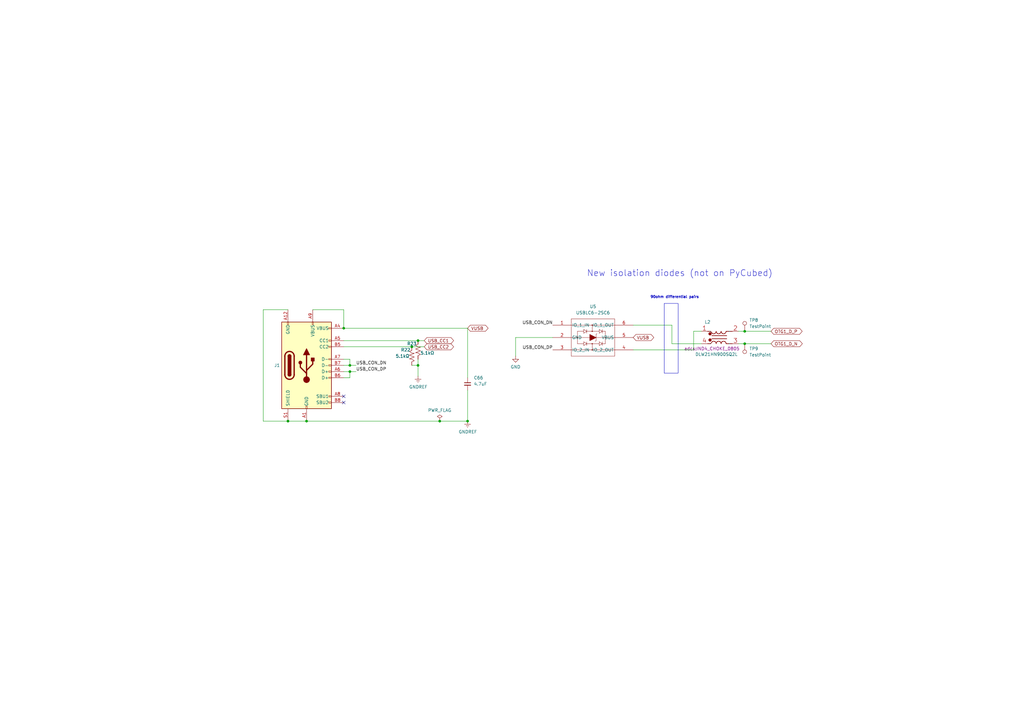
<source format=kicad_sch>
(kicad_sch (version 20231120) (generator "eeschema") (generator_version "8.0")
  (paper "A3")
  (title_block (title "Soldermander") (date "2024-02-27") (rev "1.0") (company "Stanford Student Space Initiative") (comment 1 "RE: Flynn Dreilinger"))
  (lib_symbols
    (symbol "Connector:TestPoint" (pin_numbers hide) (pin_names (offset 0.762) hide)
      (property "Reference" "TP" (at 0 6.858 0))
      (property "Value" "TestPoint" (at 0 5.08 0))
      (symbol "TestPoint_0_1"
        (circle (center 0 3.302) (radius 0.762))
      )
      (symbol "TestPoint_1_1"
        (pin passive line (at 0 0 90) (length 2.54) (name "1") (number "1"))
      )
    )
    (symbol "Device:C_Small" (pin_numbers hide) (pin_names (offset 0.254) hide)
      (property "Reference" "C" (at 0.254 1.778 0))
      (property "Value" "C_Small" (at 0.254 -2.032 0))
      (symbol "C_Small_0_1"
        (polyline (pts (xy -1.27 -0.508) (xy 1.27 -0.508)) (stroke (width 0.3302)))
        (polyline (pts (xy -1.27 0.508) (xy 1.27 0.508)) (stroke (width 0.3048)))
      )
      (symbol "C_Small_1_1"
        (pin passive line (at 0 2.54 270) (length 2.032) (name "~") (number "1"))
        (pin passive line (at 0 -2.54 90) (length 2.032) (name "~") (number "2"))
      )
    )
    (symbol "Device:R_US" (pin_numbers hide) (pin_names (offset 0))
      (property "Reference" "R" (at 2.54 0 90))
      (property "Value" "R_US" (at -2.54 0 90))
      (symbol "R_US_0_1"
        (polyline (pts (xy 0 -2.286) (xy 0 -2.54)))
        (polyline (pts (xy 0 2.286) (xy 0 2.54)))
        (polyline (pts (xy 0 -0.762) (xy 1.016 -1.143) (xy 0 -1.27) (xy -1.016 -1.905) (xy 0 -2.286)))
        (polyline (pts (xy 0 0.762) (xy 1.016 0.381) (xy 0 0) (xy -1.016 -0.381) (xy 0 -0.762)))
        (polyline (pts (xy 0 2.286) (xy 1.016 1.905) (xy 0 1.27) (xy -1.016 1.143) (xy 0 0.762)))
      )
      (symbol "R_US_1_1"
        (pin passive line (at 0 3.81 270) (length 1.27) (name "~") (number "1"))
        (pin passive line (at 0 -3.81 90) (length 1.27) (name "~") (number "2"))
      )
    )
    (symbol "adcs:IND_CMC_DLW21" (pin_names (offset 1.016))
      (property "Reference" "L?" (at -2.54 5.08 0))
      (property "Value" "DLW21HN900SQ2L" (at -5.08 -10.16 0))
      (symbol "IND_CMC_DLW21_0_1"
        (polyline (pts (xy 0 -5.08) (xy 1.27 -5.08)) (stroke (width 0.254)))
        (polyline (pts (xy 0 0) (xy 1.27 0)) (stroke (width 0.254)))
        (polyline (pts (xy 1.778 -1.778) (xy 7.874 -1.778)) (stroke (width 0.254)))
        (polyline (pts (xy 7.874 -3.048) (xy 1.778 -3.048)) (stroke (width 0.254)))
        (polyline (pts (xy 10.16 -5.08) (xy 7.62 -5.08)) (stroke (width 0.254)))
        (polyline (pts (xy 10.16 0) (xy 7.62 0)) (stroke (width 0.254)))
        (polyline (pts (xy 1.016 -0.762) (xy 1.016 -0.762) (xy 1.016 -0.762)) (stroke (width 0.254)))
        (circle (center 1.016 -3.556) (radius 0.508) (stroke (width 0.254)) (fill (type outline)))
        (circle (center 1.016 -1.016) (radius 0.508) (stroke (width 0.254)) (fill (type outline)))
        (pin passive line (at -2.54 0 0) (length 2.54) (name "1") (number "1"))
        (pin passive line (at 12.7 0 180) (length 2.54) (name "2") (number "2"))
        (pin passive line (at 12.7 -5.08 180) (length 2.54) (name "3") (number "3"))
        (pin passive line (at -2.54 -5.08 0) (length 2.54) (name "4") (number "4"))
      )
      (symbol "IND_CMC_DLW21_1_1"
        (arc (start 1.27 0) (mid 1.6527 -0.4949) (end 2.0066 -0.8636) (stroke (width 0.254)))
        (arc (start 2.0066 -4.191) (mid 1.6378 -4.5692) (end 1.27 -5.08) (stroke (width 0.254)))
        (arc (start 2.0066 -0.8636) (mid 2.5178 -1.0148) (end 3.0226 -0.8636) (stroke (width 0.254)))
        (arc (start 3.0226 -4.191) (mid 2.5182 -4.0687) (end 2.0066 -4.191) (stroke (width 0.254)))
        (arc (start 3.0226 -0.8636) (mid 3.3933 -0.5006) (end 3.556 0) (stroke (width 0.254)))
        (arc (start 3.556 -5.08) (mid 3.4131 -4.5605) (end 3.0226 -4.191) (stroke (width 0.254)))
        (arc (start 3.556 0) (mid 3.6847 -0.4949) (end 4.0386 -0.8636) (stroke (width 0.254)))
        (arc (start 4.0386 -4.191) (mid 3.6698 -4.5692) (end 3.556 -5.08) (stroke (width 0.254)))
        (arc (start 4.0386 -0.8636) (mid 4.5498 -1.0148) (end 5.0546 -0.8636) (stroke (width 0.254)))
        (arc (start 5.0546 -4.191) (mid 4.5502 -4.0687) (end 4.0386 -4.191) (stroke (width 0.254)))
        (arc (start 5.0546 -0.8636) (mid 5.4253 -0.5006) (end 5.588 0) (stroke (width 0.254)))
        (arc (start 5.588 -5.08) (mid 5.4451 -4.5605) (end 5.0546 -4.191) (stroke (width 0.254)))
        (arc (start 5.588 0) (mid 5.7167 -0.4949) (end 6.0706 -0.8636) (stroke (width 0.254)))
        (arc (start 6.0706 -4.191) (mid 5.7018 -4.5692) (end 5.588 -5.08) (stroke (width 0.254)))
        (arc (start 6.0706 -0.8636) (mid 6.5818 -1.0148) (end 7.0866 -0.8636) (stroke (width 0.254)))
        (arc (start 7.0866 -4.191) (mid 6.5822 -4.0687) (end 6.0706 -4.191) (stroke (width 0.254)))
        (arc (start 7.0866 -0.8636) (mid 7.4573 -0.5006) (end 7.62 0) (stroke (width 0.254)))
        (arc (start 7.62 -5.08) (mid 7.4771 -4.5605) (end 7.0866 -4.191) (stroke (width 0.254)))
      )
    )
    (symbol "adcs:USBLC6-2SC6" (pin_names (offset 0.254))
      (property "Reference" "U" (at 16.51 7.62 0))
      (property "Value" "USBLC6-2SC6" (at 16.51 5.08 0))
      (symbol "USBLC6-2SC6_0_1"
        (polyline (pts (xy 7.62 -12.7) (xy 25.4 -12.7)) (stroke (width 0.127)))
        (polyline (pts (xy 7.62 -10.16) (xy 25.4 -10.16)) (stroke (width 0.127)))
        (polyline (pts (xy 7.62 -5.08) (xy 25.4 -5.08)) (stroke (width 0.127)))
        (polyline (pts (xy 7.62 0) (xy 25.4 0)) (stroke (width 0.127)))
        (polyline (pts (xy 7.62 2.54) (xy 7.62 -12.7)) (stroke (width 0.127)))
        (polyline (pts (xy 10.16 -7.62) (xy 12.7 -7.62)) (stroke (width 0.127)))
        (polyline (pts (xy 10.16 -2.54) (xy 10.16 -7.62)) (stroke (width 0.127)))
        (polyline (pts (xy 12.7 -8.382) (xy 13.97 -7.62)) (stroke (width 0.127)))
        (polyline (pts (xy 12.7 -6.858) (xy 12.7 -8.382)) (stroke (width 0.127)))
        (polyline (pts (xy 12.7 -3.302) (xy 13.97 -2.54)) (stroke (width 0.127)))
        (polyline (pts (xy 12.7 -2.54) (xy 10.16 -2.54)) (stroke (width 0.127)))
        (polyline (pts (xy 12.7 -1.778) (xy 12.7 -3.302)) (stroke (width 0.127)))
        (polyline (pts (xy 13.97 -7.62) (xy 12.7 -6.858)) (stroke (width 0.127)))
        (polyline (pts (xy 13.97 -7.62) (xy 19.05 -7.62)) (stroke (width 0.127)))
        (polyline (pts (xy 13.97 -6.858) (xy 13.97 -8.382)) (stroke (width 0.127)))
        (polyline (pts (xy 13.97 -2.54) (xy 12.7 -1.778)) (stroke (width 0.127)))
        (polyline (pts (xy 13.97 -2.54) (xy 19.05 -2.54)) (stroke (width 0.127)))
        (polyline (pts (xy 13.97 -1.778) (xy 13.97 -3.302)) (stroke (width 0.127)))
        (polyline (pts (xy 15.24 -6.35) (xy 17.78 -5.08)) (stroke (width 0.127)))
        (polyline (pts (xy 15.24 -3.81) (xy 15.24 -6.35)) (stroke (width 0.127)))
        (polyline (pts (xy 16.1925 -7.62) (xy 16.1925 -10.16)) (stroke (width 0.127)))
        (polyline (pts (xy 16.1925 -2.54) (xy 16.1925 0)) (stroke (width 0.127)))
        (polyline (pts (xy 17.78 -6.35) (xy 17.4625 -6.6675)) (stroke (width 0.127)))
        (polyline (pts (xy 17.78 -5.08) (xy 15.24 -3.81)) (stroke (width 0.127)))
        (polyline (pts (xy 17.78 -3.81) (xy 17.78 -6.35)) (stroke (width 0.127)))
        (polyline (pts (xy 17.78 -3.81) (xy 18.0975 -3.4925)) (stroke (width 0.127)))
        (polyline (pts (xy 19.05 -8.382) (xy 19.05 -6.858)) (stroke (width 0.127)))
        (polyline (pts (xy 19.05 -6.858) (xy 20.32 -7.62)) (stroke (width 0.127)))
        (polyline (pts (xy 19.05 -3.302) (xy 19.05 -1.778)) (stroke (width 0.127)))
        (polyline (pts (xy 19.05 -1.778) (xy 20.32 -2.54)) (stroke (width 0.127)))
        (polyline (pts (xy 20.32 -8.382) (xy 20.32 -6.858)) (stroke (width 0.127)))
        (polyline (pts (xy 20.32 -7.62) (xy 19.05 -8.382)) (stroke (width 0.127)))
        (polyline (pts (xy 20.32 -7.62) (xy 21.59 -7.62)) (stroke (width 0.127)))
        (polyline (pts (xy 20.32 -3.302) (xy 20.32 -1.778)) (stroke (width 0.127)))
        (polyline (pts (xy 20.32 -2.54) (xy 19.05 -3.302)) (stroke (width 0.127)))
        (polyline (pts (xy 20.32 -2.54) (xy 21.59 -2.54)) (stroke (width 0.127)))
        (polyline (pts (xy 21.59 -7.62) (xy 21.59 -2.54)) (stroke (width 0.127)))
        (polyline (pts (xy 25.4 -12.7) (xy 25.4 2.54)) (stroke (width 0.127)))
        (polyline (pts (xy 25.4 2.54) (xy 7.62 2.54)) (stroke (width 0.127)))
        (polyline (pts (xy 15.24 -3.81) (xy 15.24 -6.35) (xy 17.78 -5.08)) (fill (type outline)))
        (circle (center 10.16 -5.08) (radius 0.127) (stroke (width 0.254)))
        (circle (center 16.1925 -10.16) (radius 0.127) (stroke (width 0.254)))
        (circle (center 16.1925 -7.62) (radius 0.127) (stroke (width 0.254)))
        (circle (center 16.1925 -2.54) (radius 0.127) (stroke (width 0.254)))
        (circle (center 16.1925 0) (radius 0.127) (stroke (width 0.254)))
        (circle (center 21.59 -5.08) (radius 0.127) (stroke (width 0.254)))
      )
      (symbol "USBLC6-2SC6_1_1"
        (pin unspecified line (at 0 0 0) (length 7.62) (name "IO_1_IN") (number "1"))
        (pin unspecified line (at 0 -5.08 0) (length 7.62) (name "GND") (number "2"))
        (pin unspecified line (at 0 -10.16 0) (length 7.62) (name "IO_2_IN") (number "3"))
        (pin unspecified line (at 33.02 -10.16 180) (length 7.62) (name "IO_2_OUT") (number "4"))
        (pin unspecified line (at 33.02 -5.08 180) (length 7.62) (name "VBUS") (number "5"))
        (pin unspecified line (at 33.02 0 180) (length 7.62) (name "IO_1_OUT") (number "6"))
      )
    )
    (symbol "mainboard:USB_C_pycubed" (pin_names (offset 1.016))
      (property "Reference" "J" (at -12.7 0 90))
      (symbol "USB_C_pycubed_1_1"
        (rectangle (start -10.16 17.78) (end 10.16 -17.78) (stroke (width 0.254)) (fill (type background)))
        (arc (start -8.89 -3.81) (mid -6.985 -5.7067) (end -5.08 -3.81) (stroke (width 0.508)))
        (rectangle (start -7.874 17.78) (end -7.366 16.764))
        (arc (start -7.62 -3.81) (mid -6.985 -4.4423) (end -6.35 -3.81) (stroke (width 0.254)))
        (arc (start -7.62 -3.81) (mid -6.985 -4.4423) (end -6.35 -3.81) (stroke (width 0.254)) (fill (type outline)))
        (rectangle (start -7.62 -3.81) (end -6.35 3.81) (stroke (width 0.254)) (fill (type outline)))
        (arc (start -6.35 3.81) (mid -6.985 4.4423) (end -7.62 3.81) (stroke (width 0.254)))
        (arc (start -6.35 3.81) (mid -6.985 4.4423) (end -7.62 3.81) (stroke (width 0.254)) (fill (type outline)))
        (arc (start -5.08 3.81) (mid -6.985 5.7067) (end -8.89 3.81) (stroke (width 0.508)))
        (circle (center -2.54 1.143) (radius 0.635) (stroke (width 0.254)) (fill (type outline)))
        (rectangle (start -0.254 -17.78) (end 0.254 -16.764))
        (circle (center 0 -5.842) (radius 1.27) (fill (type outline)))
        (polyline (pts (xy -8.89 -3.81) (xy -8.89 3.81)) (stroke (width 0.508)))
        (polyline (pts (xy -5.08 3.81) (xy -5.08 -3.81)) (stroke (width 0.508)))
        (polyline (pts (xy 0 -5.842) (xy 0 4.318)) (stroke (width 0.508)))
        (polyline (pts (xy 0 -3.302) (xy -2.54 -0.762) (xy -2.54 0.508)) (stroke (width 0.508)))
        (polyline (pts (xy 0 -2.032) (xy 2.54 0.508) (xy 2.54 1.778)) (stroke (width 0.508)))
        (polyline (pts (xy -1.27 4.318) (xy 0 6.858) (xy 1.27 4.318) (xy -1.27 4.318)) (stroke (width 0.254)) (fill (type outline)))
        (rectangle (start 1.905 1.778) (end 3.175 3.048) (stroke (width 0.254)) (fill (type outline)))
        (rectangle (start 2.286 17.78) (end 2.794 16.764))
        (rectangle (start 10.16 -14.986) (end 9.144 -15.494))
        (rectangle (start 10.16 -12.446) (end 9.144 -12.954))
        (rectangle (start 10.16 -4.826) (end 9.144 -5.334))
        (rectangle (start 10.16 -2.286) (end 9.144 -2.794))
        (rectangle (start 10.16 0.254) (end 9.144 -0.254))
        (rectangle (start 10.16 2.794) (end 9.144 2.286))
        (rectangle (start 10.16 7.874) (end 9.144 7.366))
        (rectangle (start 10.16 10.414) (end 9.144 9.906))
        (rectangle (start 10.16 15.494) (end 9.144 14.986))
        (pin passive line (at 0 -22.86 90) (length 5.08) (name "GND") (number "A1"))
        (pin passive line (at -7.62 22.86 270) (length 5.08) (name "GND") (number "A12"))
        (pin passive line (at 15.24 15.24 180) (length 5.08) (name "VBUS") (number "A4"))
        (pin bidirectional line (at 15.24 10.16 180) (length 5.08) (name "CC1") (number "A5"))
        (pin bidirectional line (at 15.24 -2.54 180) (length 5.08) (name "D+") (number "A6"))
        (pin bidirectional line (at 15.24 2.54 180) (length 5.08) (name "D-") (number "A7"))
        (pin bidirectional line (at 15.24 -12.7 180) (length 5.08) (name "SBU1") (number "A8"))
        (pin passive line (at 2.54 22.86 270) (length 5.08) (name "VBUS") (number "A9"))
        (pin bidirectional line (at 15.24 7.62 180) (length 5.08) (name "CC2") (number "B5"))
        (pin bidirectional line (at 15.24 -5.08 180) (length 5.08) (name "D+") (number "B6"))
        (pin bidirectional line (at 15.24 0 180) (length 5.08) (name "D-") (number "B7"))
        (pin bidirectional line (at 15.24 -15.24 180) (length 5.08) (name "SBU2") (number "B8"))
        (pin passive line (at -7.62 -22.86 90) (length 5.08) (name "SHIELD") (number "S1"))
      )
    )
    (symbol "power:GND" (power) (pin_names (offset 0))
      (property "Value" "GND" (at 0 -3.81 0))
      (symbol "GND_0_1"
        (polyline (pts (xy 0 0) (xy 0 -1.27) (xy 1.27 -1.27) (xy 0 -2.54) (xy -1.27 -1.27) (xy 0 -1.27)))
      )
      (symbol "GND_1_1"
        (pin power_in line (at 0 0 270) (length 0) hide (name "GND") (number "1"))
      )
    )
    (symbol "power:GNDREF" (power) (pin_names (offset 0))
      (property "Value" "GNDREF" (at 0 -3.81 0))
      (symbol "GNDREF_0_1"
        (polyline (pts (xy -0.635 -1.905) (xy 0.635 -1.905)))
        (polyline (pts (xy -0.127 -2.54) (xy 0.127 -2.54)))
        (polyline (pts (xy 0 -1.27) (xy 0 0)))
        (polyline (pts (xy 1.27 -1.27) (xy -1.27 -1.27)))
      )
      (symbol "GNDREF_1_1"
        (pin power_in line (at 0 0 270) (length 0) hide (name "GNDREF") (number "1"))
      )
    )
    (symbol "power:PWR_FLAG" (power) (pin_numbers hide) (pin_names (offset 0) hide)
      (property "Value" "PWR_FLAG" (at 0 3.81 0))
      (symbol "PWR_FLAG_0_0"
        (pin power_out line (at 0 0 90) (length 0) (name "pwr") (number "1"))
      )
      (symbol "PWR_FLAG_0_1"
        (polyline (pts (xy 0 0) (xy 0 1.27) (xy -1.016 1.905) (xy 0 2.54) (xy 1.016 1.905) (xy 0 1.27)))
      )
    )
  )
  (junction (at 305.435 140.97))
  (junction (at 180.34 172.72))
  (junction (at 143.51 152.4))
  (junction (at 125.73 172.72))
  (junction (at 143.51 149.86))
  (junction (at 140.97 134.62))
  (junction (at 171.45 139.7))
  (junction (at 191.77 172.72))
  (junction (at 171.45 149.86))
  (junction (at 118.11 172.72))
  (junction (at 305.435 135.89))
  (junction (at 168.91 142.24))
  (no_connect (at 140.97 162.56))
  (no_connect (at 140.97 165.1))
  (wire (pts (xy 305.435 135.89) (xy 316.23 135.89)))
  (wire (pts (xy 180.34 172.72) (xy 191.77 172.72)))
  (wire (pts (xy 211.455 138.43) (xy 211.455 146.05)))
  (wire (pts (xy 118.11 172.72) (xy 107.95 172.72)))
  (wire (pts (xy 128.27 127) (xy 140.97 127)))
  (wire (pts (xy 302.895 135.89) (xy 305.435 135.89)))
  (wire (pts (xy 191.77 160.02) (xy 191.77 172.72)))
  (wire (pts (xy 143.51 147.32) (xy 143.51 149.86)))
  (wire (pts (xy 226.695 138.43) (xy 211.455 138.43)))
  (wire (pts (xy 140.97 142.24) (xy 168.91 142.24)))
  (wire (pts (xy 140.97 139.7) (xy 171.45 139.7)))
  (wire (pts (xy 143.51 149.86) (xy 140.97 149.86)))
  (wire (pts (xy 259.715 133.35) (xy 275.59 133.35)))
  (wire (pts (xy 143.51 152.4) (xy 140.97 152.4)))
  (wire (pts (xy 107.95 127) (xy 118.11 127)))
  (wire (pts (xy 171.45 149.86) (xy 171.45 154.305)))
  (wire (pts (xy 107.95 172.72) (xy 107.95 127)))
  (wire (pts (xy 143.51 152.4) (xy 146.05 152.4)))
  (wire (pts (xy 191.77 134.62) (xy 191.77 154.94)))
  (wire (pts (xy 143.51 149.86) (xy 146.05 149.86)))
  (wire (pts (xy 171.45 139.7) (xy 173.99 139.7)))
  (wire (pts (xy 168.91 142.24) (xy 173.99 142.24)))
  (wire (pts (xy 125.73 172.72) (xy 180.34 172.72)))
  (wire (pts (xy 287.655 135.89) (xy 284.48 135.89)))
  (wire (pts (xy 259.715 143.51) (xy 284.48 143.51)))
  (wire (pts (xy 305.435 140.97) (xy 316.23 140.97)))
  (wire (pts (xy 302.895 140.97) (xy 305.435 140.97)))
  (wire (pts (xy 275.59 133.35) (xy 275.59 140.97)))
  (wire (pts (xy 143.51 154.94) (xy 143.51 152.4)))
  (wire (pts (xy 171.45 147.32) (xy 171.45 149.86)))
  (wire (pts (xy 140.97 147.32) (xy 143.51 147.32)))
  (wire (pts (xy 118.11 172.72) (xy 125.73 172.72)))
  (wire (pts (xy 140.97 154.94) (xy 143.51 154.94)))
  (wire (pts (xy 168.91 149.86) (xy 171.45 149.86)))
  (wire (pts (xy 140.97 134.62) (xy 191.77 134.62)))
  (wire (pts (xy 284.48 135.89) (xy 284.48 143.51)))
  (wire (pts (xy 140.97 127) (xy 140.97 134.62)))
  (wire (pts (xy 275.59 140.97) (xy 287.655 140.97)))
  (rectangle (start 272.415 124.46) (end 278.13 153.035))
  (text "New isolation diodes (not on PyCubed)" (at 240.665 113.665 0) (effects (font (size 2.54 2.54)) (justify left bottom)))
  (text "90ohm differential pairs" (at 266.7 122.555 0) (effects (font (size 1.0668 1.0668) (thickness 0.2134) (bold yes)) (justify left bottom)))
  (label "USB_CON_DN" (at 146.05 149.86 0))
  (label "USB_CON_DN" (at 226.695 133.35 180))
  (label "USB_CON_DP" (at 226.695 143.51 180))
  (label "USB_CON_DP" (at 146.05 152.4 0))
  (global_label "OTG1_D_N" (shape bidirectional) (at 316.23 140.97 0) (property "Intersheetrefs" "${INTERSHEET_REFS}" (effects (hide yes))))
  (global_label "OTG1_D_P" (shape bidirectional) (at 316.23 135.89 0) (property "Intersheetrefs" "${INTERSHEET_REFS}" (effects (hide yes))))
  (global_label "USB_CC2" (shape bidirectional) (at 173.99 142.24 0) (property "Intersheetrefs" "${INTERSHEET_REFS}" (effects (hide yes))))
  (global_label "VUSB" (shape bidirectional) (at 259.715 138.43 0) (property "Intersheetrefs" "${INTERSHEET_REFS}" (effects (hide yes))))
  (global_label "USB_CC1" (shape bidirectional) (at 173.99 139.7 0) (property "Intersheetrefs" "${INTERSHEET_REFS}" (effects (hide yes))))
  (global_label "VUSB" (shape bidirectional) (at 191.77 134.62 0) (property "Intersheetrefs" "${INTERSHEET_REFS}" (effects (hide yes))))
  (symbol (lib_id "Device:C_Small") (at 191.77 157.48 0) (unit 1)
    (property "Reference" "C66" (at 194.31 154.94 0) (effects (justify left)))
    (property "Value" "4.7uF" (at 194.31 157.48 0) (effects (justify left)))
    (property "Footprint" "Capacitor_SMD:C_0402_1005Metric" (effects (hide yes)))
    (property "Footprint (for JLCPCB)" "0402" (effects (hide yes)))
    (property "Voltage Rating" "10V" (effects (hide yes)))
    (instances (project "Soldermander" (path "" (reference "C66") (unit 1))) (project "mainboard" (path "" (reference "C?") (unit 1))))
  )
  (symbol (lib_id "Device:R_US") (at 168.91 146.05 0) (mirror x) (unit 1)
    (property "Reference" "R22" (at 166.37 143.51 0))
    (property "Value" "5.1kΩ" (at 165.1 146.05 0))
    (property "Footprint" "Resistor_SMD:R_0402_1005Metric" (effects (hide yes)))
    (property "Description" "5.1k 0402" (effects (hide yes)))
    (property "Footprint (for JLCPCB)" "0402" (effects (hide yes)))
    (instances (project "Soldermander" (path "" (reference "R22") (unit 1))) (project "mainboard" (path "" (reference "R?") (unit 1))))
  )
  (symbol (lib_id "power:GNDREF") (at 171.45 154.305 0) (unit 1)
    (property "Reference" "#PWR055" (effects (hide yes)))
    (property "Value" "GNDREF" (at 171.577 158.6992 0))
    (instances (project "Soldermander" (path "" (reference "#PWR055") (unit 1))) (project "mainboard" (path "" (reference "#PWR?") (unit 1))))
  )
  (symbol (lib_id "Device:R_US") (at 171.45 143.51 0) (mirror x) (unit 1)
    (property "Reference" "R23" (at 168.91 140.97 0))
    (property "Value" "5.1kΩ" (at 175.26 144.78 0))
    (property "Footprint" "Resistor_SMD:R_0402_1005Metric" (effects (hide yes)))
    (property "Description" "5.1k 0402" (effects (hide yes)))
    (property "Footprint (for JLCPCB)" "0402" (effects (hide yes)))
    (instances (project "Soldermander" (path "" (reference "R23") (unit 1))) (project "mainboard" (path "" (reference "R?") (unit 1))))
  )
  (symbol (lib_id "adcs:USBLC6-2SC6") (at 226.695 133.35 0) (unit 1)
    (property "Reference" "U5" (at 243.205 125.73 0))
    (property "Value" "USBLC6-2SC6" (at 243.205 128.27 0))
    (property "Footprint" "SOT23-6L_STM" (effects (hide yes)))
    (property "Description" "USB TVS diodes" (effects (hide yes)))
    (property "Flight" "USBLC6-2SC6" (effects (hide yes)))
    (property "JLCPCB P/N" "C2687116" (effects (hide yes)))
  )
  (symbol (lib_id "power:PWR_FLAG") (at 180.34 172.72 0) (unit 1)
    (property "Reference" "#FLG021" (effects (hide yes)))
    (property "Value" "PWR_FLAG" (at 180.34 168.275 0))
  )
  (symbol (lib_id "adcs:IND_CMC_DLW21") (at 290.195 135.89 0) (unit 1)
    (property "Reference" "L2" (at 290.195 132.08 0))
    (property "Value" "DLW21HN900SQ2L" (at 285.115 146.05 0) (effects (justify left bottom)))
    (property "Footprint" "adcs:IND4_CHOKE_0805" (at 291.973 143.002 0))
    (property "Description" "Inductor" (effects (hide yes)))
    (property "Flight" "DLW21HN900SQ2L" (effects (hide yes)))
    (property "JLCPCB P/N" "C80529" (effects (hide yes)))
  )
  (symbol (lib_id "Connector:TestPoint") (at 305.435 140.97 180) (unit 1) (in_bom no)
    (property "Reference" "TP9" (at 307.34 143.002 0) (effects (justify right)))
    (property "Value" "TestPoint" (at 307.34 145.542 0) (effects (justify right)))
    (property "Footprint" "TestPoint:TestPoint_Pad_1.0x1.0mm" (effects (hide yes)))
    (property "DNI" "DNI" (effects (hide yes)))
  )
  (symbol (lib_id "mainboard:USB_C_pycubed") (at 125.73 149.86 0) (unit 1)
    (property "Reference" "J1" (at 114.8334 149.86 0) (effects (justify right)))
    (property "Value" "USB_C_pycubed" (effects (hide yes)))
    (property "Footprint" "mainboard:USB_C_Receptacle_XKB_U262-161N-4BVC11" (effects (hide yes)))
    (property "Description" "USB C Receptacle" (effects (hide yes)))
    (property "Flight" "U262-161N-4BVC11" (effects (hide yes)))
    (property "JLCPCB P/N" "C319148" (effects (hide yes)))
    (instances (project "Soldermander" (path "" (reference "J1") (unit 1))) (project "mainboard" (path "" (reference "J?") (unit 1))))
  )
  (symbol (lib_id "power:GND") (at 211.455 146.05 0) (unit 1)
    (property "Reference" "#PWR057" (effects (hide yes)))
    (property "Value" "GND" (at 211.455 150.495 0))
  )
  (symbol (lib_id "power:GNDREF") (at 191.77 172.72 0) (unit 1)
    (property "Reference" "#PWR056" (effects (hide yes)))
    (property "Value" "GNDREF" (at 191.897 177.1142 0))
    (instances (project "Soldermander" (path "" (reference "#PWR056") (unit 1))) (project "mainboard" (path "" (reference "#PWR?") (unit 1))))
  )
  (symbol (lib_id "Connector:TestPoint") (at 305.435 135.89 0) (unit 1) (in_bom no)
    (property "Reference" "TP8" (at 307.34 131.318 0) (effects (justify left)))
    (property "Value" "TestPoint" (at 307.34 133.858 0) (effects (justify left)))
    (property "Footprint" "TestPoint:TestPoint_Pad_1.0x1.0mm" (effects (hide yes)))
    (property "DNI" "DNI" (effects (hide yes)))
  )
)
</source>
